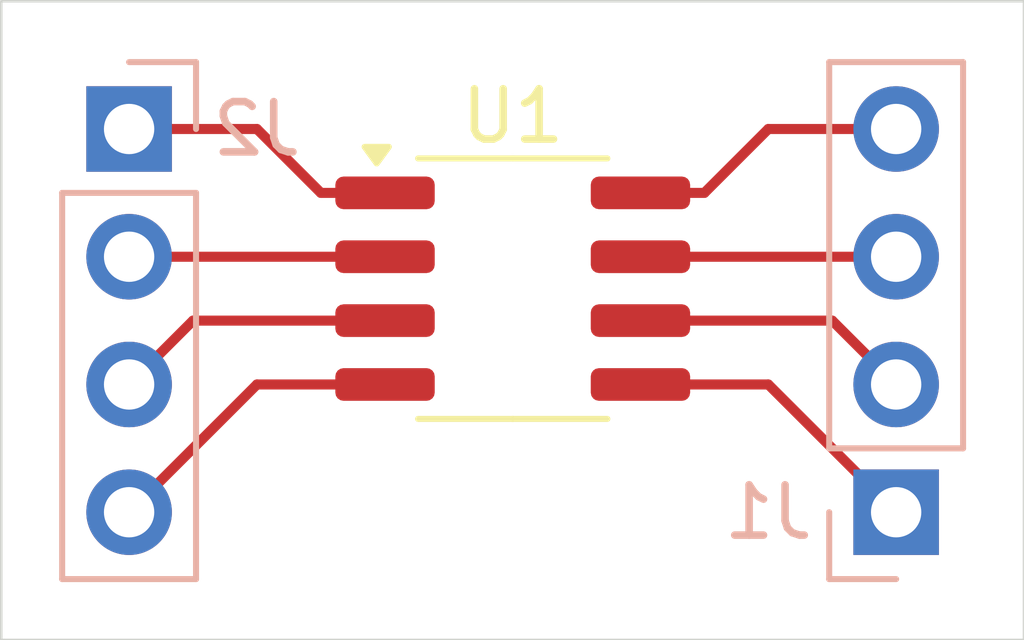
<source format=kicad_pcb>
(kicad_pcb (version 20240108) (generator "pcbnew") (generator_version "8.0")
  (layers (0 "F.Cu" signal) (31 "B.Cu" signal) (34 "B.Paste" user) (35 "F.Paste" user) (36 "B.SilkS" user "B.Silkscreen") (37 "F.SilkS" user "F.Silkscreen") (38 "B.Mask" user) (39 "F.Mask" user) (44 "Edge.Cuts" user))
  (net 0 "")
  (net 1 "Net-(J1-Pin_1)")
  (net 2 "Net-(J1-Pin_2)")
  (net 3 "Net-(J1-Pin_4)")
  (net 4 "Net-(J1-Pin_3)")
  (net 5 "Net-(J2-Pin_1)")
  (net 6 "Net-(J2-Pin_3)")
  (net 7 "Net-(J2-Pin_4)")
  (net 8 "Net-(J2-Pin_2)")
  (footprint "Package_SO:SOP-8_3.76x4.96mm_P1.27mm" (layer "F.Cu") (at 152.4025 97.155)
    (property "Reference" "U1" (at 0 -3.43 0) (layer "F.SilkS"))
    (property "Value" "hii")
    (fp_line (start 0 -2.59) (end -1.88 -2.59) (stroke (width 0.12)) (layer "F.SilkS"))
    (fp_line (start 0 -2.59) (end 1.88 -2.59) (stroke (width 0.12)) (layer "F.SilkS"))
    (fp_line (start 0 2.59) (end -1.88 2.59) (stroke (width 0.12)) (layer "F.SilkS"))
    (fp_line (start 0 2.59) (end 1.88 2.59) (stroke (width 0.12)) (layer "F.SilkS"))
    (fp_poly (pts (xy -2.7025 -2.49) (xy -2.9425 -2.82) (xy -2.4625 -2.82) (xy -2.7025 -2.49)) (stroke (width 0.12)) (fill solid) (layer "F.SilkS"))
    (pad "1" smd roundrect (at -2.5375 -1.905) (size 1.975 0.65) (layers "F.Cu" "F.Paste" "F.Mask") (net 5 "Net-(J2-Pin_1)"))
    (pad "2" smd roundrect (at -2.5375 -0.635) (size 1.975 0.65) (layers "F.Cu" "F.Paste" "F.Mask") (net 8 "Net-(J2-Pin_2)"))
    (pad "3" smd roundrect (at -2.5375 0.635) (size 1.975 0.65) (layers "F.Cu" "F.Paste" "F.Mask") (net 6 "Net-(J2-Pin_3)"))
    (pad "4" smd roundrect (at -2.5375 1.905) (size 1.975 0.65) (layers "F.Cu" "F.Paste" "F.Mask") (net 7 "Net-(J2-Pin_4)"))
    (pad "5" smd roundrect (at 2.5375 1.905) (size 1.975 0.65) (layers "F.Cu" "F.Paste" "F.Mask") (net 1 "Net-(J1-Pin_1)"))
    (pad "6" smd roundrect (at 2.5375 0.635) (size 1.975 0.65) (layers "F.Cu" "F.Paste" "F.Mask") (net 2 "Net-(J1-Pin_2)"))
    (pad "7" smd roundrect (at 2.5375 -0.635) (size 1.975 0.65) (layers "F.Cu" "F.Paste" "F.Mask") (net 4 "Net-(J1-Pin_3)"))
    (pad "8" smd roundrect (at 2.5375 -1.905) (size 1.975 0.65) (layers "F.Cu" "F.Paste" "F.Mask") (net 3 "Net-(J1-Pin_4)"))
  )
  (footprint "Connector_PinHeader_2.54mm:PinHeader_1x04_P2.54mm_Vertical" (layer "B.Cu") (at 144.78 93.98 180)
    (property "Reference" "J2" (at -2.54 0 0) (layer "B.SilkS") (effects (justify mirror)))
    (property "Value" "Conn_01x04_Pin")
    (fp_line (start 1.33 -1.27) (end -1.33 -1.27) (stroke (width 0.12)) (layer "B.SilkS"))
    (fp_line (start 1.33 -8.95) (end 1.33 -1.27) (stroke (width 0.12)) (layer "B.SilkS"))
    (fp_line (start 1.33 -8.95) (end -1.33 -8.95) (stroke (width 0.12)) (layer "B.SilkS"))
    (fp_line (start 0 1.33) (end -1.33 1.33) (stroke (width 0.12)) (layer "B.SilkS"))
    (fp_line (start -1.33 1.33) (end -1.33 0) (stroke (width 0.12)) (layer "B.SilkS"))
    (fp_line (start -1.33 -8.95) (end -1.33 -1.27) (stroke (width 0.12)) (layer "B.SilkS"))
    (pad "1" thru_hole rect (at 0 0 180) (size 1.7 1.7) (drill 1) (layers "*.Cu" "*.Mask") (net 5 "Net-(J2-Pin_1)"))
    (pad "2" thru_hole oval (at 0 -2.54 180) (size 1.7 1.7) (drill 1) (layers "*.Cu" "*.Mask") (net 8 "Net-(J2-Pin_2)"))
    (pad "3" thru_hole oval (at 0 -5.08 180) (size 1.7 1.7) (drill 1) (layers "*.Cu" "*.Mask") (net 6 "Net-(J2-Pin_3)"))
    (pad "4" thru_hole oval (at 0 -7.62 180) (size 1.7 1.7) (drill 1) (layers "*.Cu" "*.Mask") (net 7 "Net-(J2-Pin_4)"))
  )
  (footprint "Connector_PinHeader_2.54mm:PinHeader_1x04_P2.54mm_Vertical" (layer "B.Cu") (at 160.02 101.6)
    (property "Reference" "J1" (at -2.54 0 360) (layer "B.SilkS") (effects (justify mirror)))
    (property "Value" "Conn_01x04_Pin")
    (fp_line (start -1.33 -8.95) (end -1.33 -1.27) (stroke (width 0.12)) (layer "B.SilkS"))
    (fp_line (start -1.33 1.33) (end -1.33 0) (stroke (width 0.12)) (layer "B.SilkS"))
    (fp_line (start 0 1.33) (end -1.33 1.33) (stroke (width 0.12)) (layer "B.SilkS"))
    (fp_line (start 1.33 -8.95) (end -1.33 -8.95) (stroke (width 0.12)) (layer "B.SilkS"))
    (fp_line (start 1.33 -8.95) (end 1.33 -1.27) (stroke (width 0.12)) (layer "B.SilkS"))
    (fp_line (start 1.33 -1.27) (end -1.33 -1.27) (stroke (width 0.12)) (layer "B.SilkS"))
    (pad "1" thru_hole rect (at 0 0) (size 1.7 1.7) (drill 1) (layers "*.Cu" "*.Mask") (net 1 "Net-(J1-Pin_1)"))
    (pad "2" thru_hole oval (at 0 -2.54) (size 1.7 1.7) (drill 1) (layers "*.Cu" "*.Mask") (net 2 "Net-(J1-Pin_2)"))
    (pad "3" thru_hole oval (at 0 -5.08) (size 1.7 1.7) (drill 1) (layers "*.Cu" "*.Mask") (net 4 "Net-(J1-Pin_3)"))
    (pad "4" thru_hole oval (at 0 -7.62) (size 1.7 1.7) (drill 1) (layers "*.Cu" "*.Mask") (net 3 "Net-(J1-Pin_4)"))
  )
  (gr_rect (start 142.24 91.44) (end 162.56 104.14) (stroke (width 0.05)) (fill none) (layer "Edge.Cuts"))
  (segment (start 154.94 99.06) (end 157.48 99.06) (width 0.2) (layer "F.Cu") (net 1))
  (segment (start 157.48 99.06) (end 160.02 101.6) (width 0.2) (layer "F.Cu") (net 1))
  (segment (start 158.75 97.79) (end 160.02 99.06) (width 0.2) (layer "F.Cu") (net 2))
  (segment (start 154.94 97.79) (end 158.75 97.79) (width 0.2) (layer "F.Cu") (net 2))
  (segment (start 154.94 95.25) (end 156.21 95.25) (width 0.2) (layer "F.Cu") (net 3))
  (segment (start 156.21 95.25) (end 157.48 93.98) (width 0.2) (layer "F.Cu") (net 3))
  (segment (start 157.48 93.98) (end 160.02 93.98) (width 0.2) (layer "F.Cu") (net 3))
  (segment (start 154.94 96.52) (end 160.02 96.52) (width 0.2) (layer "F.Cu") (net 4))
  (segment (start 148.59 95.25) (end 149.865 95.25) (width 0.2) (layer "F.Cu") (net 5))
  (segment (start 144.78 93.98) (end 147.32 93.98) (width 0.2) (layer "F.Cu") (net 5))
  (segment (start 147.32 93.98) (end 148.59 95.25) (width 0.2) (layer "F.Cu") (net 5))
  (segment (start 146.05 97.79) (end 149.865 97.79) (width 0.2) (layer "F.Cu") (net 6))
  (segment (start 144.78 99.06) (end 146.05 97.79) (width 0.2) (layer "F.Cu") (net 6))
  (segment (start 147.32 99.06) (end 149.865 99.06) (width 0.2) (layer "F.Cu") (net 7))
  (segment (start 144.78 101.6) (end 147.32 99.06) (width 0.2) (layer "F.Cu") (net 7))
  (segment (start 144.78 96.52) (end 149.865 96.52) (width 0.2) (layer "F.Cu") (net 8))
)
</source>
